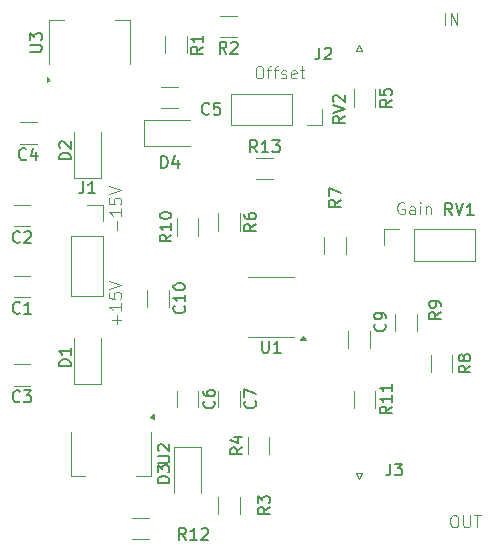
<source format=gto>
%TF.GenerationSoftware,KiCad,Pcbnew,9.0.4-9.0.4-0~ubuntu24.04.1*%
%TF.CreationDate,2025-11-05T14:30:19-05:00*%
%TF.ProjectId,LFAmp-offset,4c46416d-702d-46f6-9666-7365742e6b69,rev?*%
%TF.SameCoordinates,Original*%
%TF.FileFunction,Legend,Top*%
%TF.FilePolarity,Positive*%
%FSLAX46Y46*%
G04 Gerber Fmt 4.6, Leading zero omitted, Abs format (unit mm)*
G04 Created by KiCad (PCBNEW 9.0.4-9.0.4-0~ubuntu24.04.1) date 2025-11-05 14:30:19*
%MOMM*%
%LPD*%
G01*
G04 APERTURE LIST*
%ADD10C,0.100000*%
%ADD11C,0.150000*%
%ADD12C,0.120000*%
G04 APERTURE END LIST*
D10*
X204994360Y-106372419D02*
X205184836Y-106372419D01*
X205184836Y-106372419D02*
X205280074Y-106420038D01*
X205280074Y-106420038D02*
X205375312Y-106515276D01*
X205375312Y-106515276D02*
X205422931Y-106705752D01*
X205422931Y-106705752D02*
X205422931Y-107039085D01*
X205422931Y-107039085D02*
X205375312Y-107229561D01*
X205375312Y-107229561D02*
X205280074Y-107324800D01*
X205280074Y-107324800D02*
X205184836Y-107372419D01*
X205184836Y-107372419D02*
X204994360Y-107372419D01*
X204994360Y-107372419D02*
X204899122Y-107324800D01*
X204899122Y-107324800D02*
X204803884Y-107229561D01*
X204803884Y-107229561D02*
X204756265Y-107039085D01*
X204756265Y-107039085D02*
X204756265Y-106705752D01*
X204756265Y-106705752D02*
X204803884Y-106515276D01*
X204803884Y-106515276D02*
X204899122Y-106420038D01*
X204899122Y-106420038D02*
X204994360Y-106372419D01*
X205851503Y-106372419D02*
X205851503Y-107181942D01*
X205851503Y-107181942D02*
X205899122Y-107277180D01*
X205899122Y-107277180D02*
X205946741Y-107324800D01*
X205946741Y-107324800D02*
X206041979Y-107372419D01*
X206041979Y-107372419D02*
X206232455Y-107372419D01*
X206232455Y-107372419D02*
X206327693Y-107324800D01*
X206327693Y-107324800D02*
X206375312Y-107277180D01*
X206375312Y-107277180D02*
X206422931Y-107181942D01*
X206422931Y-107181942D02*
X206422931Y-106372419D01*
X206756265Y-106372419D02*
X207327693Y-106372419D01*
X207041979Y-107372419D02*
X207041979Y-106372419D01*
X204303884Y-64872419D02*
X204303884Y-63872419D01*
X204780074Y-64872419D02*
X204780074Y-63872419D01*
X204780074Y-63872419D02*
X205351502Y-64872419D01*
X205351502Y-64872419D02*
X205351502Y-63872419D01*
X188494360Y-68372419D02*
X188684836Y-68372419D01*
X188684836Y-68372419D02*
X188780074Y-68420038D01*
X188780074Y-68420038D02*
X188875312Y-68515276D01*
X188875312Y-68515276D02*
X188922931Y-68705752D01*
X188922931Y-68705752D02*
X188922931Y-69039085D01*
X188922931Y-69039085D02*
X188875312Y-69229561D01*
X188875312Y-69229561D02*
X188780074Y-69324800D01*
X188780074Y-69324800D02*
X188684836Y-69372419D01*
X188684836Y-69372419D02*
X188494360Y-69372419D01*
X188494360Y-69372419D02*
X188399122Y-69324800D01*
X188399122Y-69324800D02*
X188303884Y-69229561D01*
X188303884Y-69229561D02*
X188256265Y-69039085D01*
X188256265Y-69039085D02*
X188256265Y-68705752D01*
X188256265Y-68705752D02*
X188303884Y-68515276D01*
X188303884Y-68515276D02*
X188399122Y-68420038D01*
X188399122Y-68420038D02*
X188494360Y-68372419D01*
X189208646Y-68705752D02*
X189589598Y-68705752D01*
X189351503Y-69372419D02*
X189351503Y-68515276D01*
X189351503Y-68515276D02*
X189399122Y-68420038D01*
X189399122Y-68420038D02*
X189494360Y-68372419D01*
X189494360Y-68372419D02*
X189589598Y-68372419D01*
X189780075Y-68705752D02*
X190161027Y-68705752D01*
X189922932Y-69372419D02*
X189922932Y-68515276D01*
X189922932Y-68515276D02*
X189970551Y-68420038D01*
X189970551Y-68420038D02*
X190065789Y-68372419D01*
X190065789Y-68372419D02*
X190161027Y-68372419D01*
X190446742Y-69324800D02*
X190541980Y-69372419D01*
X190541980Y-69372419D02*
X190732456Y-69372419D01*
X190732456Y-69372419D02*
X190827694Y-69324800D01*
X190827694Y-69324800D02*
X190875313Y-69229561D01*
X190875313Y-69229561D02*
X190875313Y-69181942D01*
X190875313Y-69181942D02*
X190827694Y-69086704D01*
X190827694Y-69086704D02*
X190732456Y-69039085D01*
X190732456Y-69039085D02*
X190589599Y-69039085D01*
X190589599Y-69039085D02*
X190494361Y-68991466D01*
X190494361Y-68991466D02*
X190446742Y-68896228D01*
X190446742Y-68896228D02*
X190446742Y-68848609D01*
X190446742Y-68848609D02*
X190494361Y-68753371D01*
X190494361Y-68753371D02*
X190589599Y-68705752D01*
X190589599Y-68705752D02*
X190732456Y-68705752D01*
X190732456Y-68705752D02*
X190827694Y-68753371D01*
X191684837Y-69324800D02*
X191589599Y-69372419D01*
X191589599Y-69372419D02*
X191399123Y-69372419D01*
X191399123Y-69372419D02*
X191303885Y-69324800D01*
X191303885Y-69324800D02*
X191256266Y-69229561D01*
X191256266Y-69229561D02*
X191256266Y-68848609D01*
X191256266Y-68848609D02*
X191303885Y-68753371D01*
X191303885Y-68753371D02*
X191399123Y-68705752D01*
X191399123Y-68705752D02*
X191589599Y-68705752D01*
X191589599Y-68705752D02*
X191684837Y-68753371D01*
X191684837Y-68753371D02*
X191732456Y-68848609D01*
X191732456Y-68848609D02*
X191732456Y-68943847D01*
X191732456Y-68943847D02*
X191256266Y-69039085D01*
X192018171Y-68705752D02*
X192399123Y-68705752D01*
X192161028Y-68372419D02*
X192161028Y-69229561D01*
X192161028Y-69229561D02*
X192208647Y-69324800D01*
X192208647Y-69324800D02*
X192303885Y-69372419D01*
X192303885Y-69372419D02*
X192399123Y-69372419D01*
X200827693Y-79920038D02*
X200732455Y-79872419D01*
X200732455Y-79872419D02*
X200589598Y-79872419D01*
X200589598Y-79872419D02*
X200446741Y-79920038D01*
X200446741Y-79920038D02*
X200351503Y-80015276D01*
X200351503Y-80015276D02*
X200303884Y-80110514D01*
X200303884Y-80110514D02*
X200256265Y-80300990D01*
X200256265Y-80300990D02*
X200256265Y-80443847D01*
X200256265Y-80443847D02*
X200303884Y-80634323D01*
X200303884Y-80634323D02*
X200351503Y-80729561D01*
X200351503Y-80729561D02*
X200446741Y-80824800D01*
X200446741Y-80824800D02*
X200589598Y-80872419D01*
X200589598Y-80872419D02*
X200684836Y-80872419D01*
X200684836Y-80872419D02*
X200827693Y-80824800D01*
X200827693Y-80824800D02*
X200875312Y-80777180D01*
X200875312Y-80777180D02*
X200875312Y-80443847D01*
X200875312Y-80443847D02*
X200684836Y-80443847D01*
X201732455Y-80872419D02*
X201732455Y-80348609D01*
X201732455Y-80348609D02*
X201684836Y-80253371D01*
X201684836Y-80253371D02*
X201589598Y-80205752D01*
X201589598Y-80205752D02*
X201399122Y-80205752D01*
X201399122Y-80205752D02*
X201303884Y-80253371D01*
X201732455Y-80824800D02*
X201637217Y-80872419D01*
X201637217Y-80872419D02*
X201399122Y-80872419D01*
X201399122Y-80872419D02*
X201303884Y-80824800D01*
X201303884Y-80824800D02*
X201256265Y-80729561D01*
X201256265Y-80729561D02*
X201256265Y-80634323D01*
X201256265Y-80634323D02*
X201303884Y-80539085D01*
X201303884Y-80539085D02*
X201399122Y-80491466D01*
X201399122Y-80491466D02*
X201637217Y-80491466D01*
X201637217Y-80491466D02*
X201732455Y-80443847D01*
X202208646Y-80872419D02*
X202208646Y-80205752D01*
X202208646Y-79872419D02*
X202161027Y-79920038D01*
X202161027Y-79920038D02*
X202208646Y-79967657D01*
X202208646Y-79967657D02*
X202256265Y-79920038D01*
X202256265Y-79920038D02*
X202208646Y-79872419D01*
X202208646Y-79872419D02*
X202208646Y-79967657D01*
X202684836Y-80205752D02*
X202684836Y-80872419D01*
X202684836Y-80300990D02*
X202732455Y-80253371D01*
X202732455Y-80253371D02*
X202827693Y-80205752D01*
X202827693Y-80205752D02*
X202970550Y-80205752D01*
X202970550Y-80205752D02*
X203065788Y-80253371D01*
X203065788Y-80253371D02*
X203113407Y-80348609D01*
X203113407Y-80348609D02*
X203113407Y-80872419D01*
X176491466Y-82196115D02*
X176491466Y-81434211D01*
X176872419Y-80434211D02*
X176872419Y-81005639D01*
X176872419Y-80719925D02*
X175872419Y-80719925D01*
X175872419Y-80719925D02*
X176015276Y-80815163D01*
X176015276Y-80815163D02*
X176110514Y-80910401D01*
X176110514Y-80910401D02*
X176158133Y-81005639D01*
X175872419Y-79529449D02*
X175872419Y-80005639D01*
X175872419Y-80005639D02*
X176348609Y-80053258D01*
X176348609Y-80053258D02*
X176300990Y-80005639D01*
X176300990Y-80005639D02*
X176253371Y-79910401D01*
X176253371Y-79910401D02*
X176253371Y-79672306D01*
X176253371Y-79672306D02*
X176300990Y-79577068D01*
X176300990Y-79577068D02*
X176348609Y-79529449D01*
X176348609Y-79529449D02*
X176443847Y-79481830D01*
X176443847Y-79481830D02*
X176681942Y-79481830D01*
X176681942Y-79481830D02*
X176777180Y-79529449D01*
X176777180Y-79529449D02*
X176824800Y-79577068D01*
X176824800Y-79577068D02*
X176872419Y-79672306D01*
X176872419Y-79672306D02*
X176872419Y-79910401D01*
X176872419Y-79910401D02*
X176824800Y-80005639D01*
X176824800Y-80005639D02*
X176777180Y-80053258D01*
X175872419Y-79196115D02*
X176872419Y-78862782D01*
X176872419Y-78862782D02*
X175872419Y-78529449D01*
X176491466Y-90196115D02*
X176491466Y-89434211D01*
X176872419Y-89815163D02*
X176110514Y-89815163D01*
X176872419Y-88434211D02*
X176872419Y-89005639D01*
X176872419Y-88719925D02*
X175872419Y-88719925D01*
X175872419Y-88719925D02*
X176015276Y-88815163D01*
X176015276Y-88815163D02*
X176110514Y-88910401D01*
X176110514Y-88910401D02*
X176158133Y-89005639D01*
X175872419Y-87529449D02*
X175872419Y-88005639D01*
X175872419Y-88005639D02*
X176348609Y-88053258D01*
X176348609Y-88053258D02*
X176300990Y-88005639D01*
X176300990Y-88005639D02*
X176253371Y-87910401D01*
X176253371Y-87910401D02*
X176253371Y-87672306D01*
X176253371Y-87672306D02*
X176300990Y-87577068D01*
X176300990Y-87577068D02*
X176348609Y-87529449D01*
X176348609Y-87529449D02*
X176443847Y-87481830D01*
X176443847Y-87481830D02*
X176681942Y-87481830D01*
X176681942Y-87481830D02*
X176777180Y-87529449D01*
X176777180Y-87529449D02*
X176824800Y-87577068D01*
X176824800Y-87577068D02*
X176872419Y-87672306D01*
X176872419Y-87672306D02*
X176872419Y-87910401D01*
X176872419Y-87910401D02*
X176824800Y-88005639D01*
X176824800Y-88005639D02*
X176777180Y-88053258D01*
X175872419Y-87196115D02*
X176872419Y-86862782D01*
X176872419Y-86862782D02*
X175872419Y-86529449D01*
D11*
X199209580Y-90166666D02*
X199257200Y-90214285D01*
X199257200Y-90214285D02*
X199304819Y-90357142D01*
X199304819Y-90357142D02*
X199304819Y-90452380D01*
X199304819Y-90452380D02*
X199257200Y-90595237D01*
X199257200Y-90595237D02*
X199161961Y-90690475D01*
X199161961Y-90690475D02*
X199066723Y-90738094D01*
X199066723Y-90738094D02*
X198876247Y-90785713D01*
X198876247Y-90785713D02*
X198733390Y-90785713D01*
X198733390Y-90785713D02*
X198542914Y-90738094D01*
X198542914Y-90738094D02*
X198447676Y-90690475D01*
X198447676Y-90690475D02*
X198352438Y-90595237D01*
X198352438Y-90595237D02*
X198304819Y-90452380D01*
X198304819Y-90452380D02*
X198304819Y-90357142D01*
X198304819Y-90357142D02*
X198352438Y-90214285D01*
X198352438Y-90214285D02*
X198400057Y-90166666D01*
X199304819Y-89690475D02*
X199304819Y-89499999D01*
X199304819Y-89499999D02*
X199257200Y-89404761D01*
X199257200Y-89404761D02*
X199209580Y-89357142D01*
X199209580Y-89357142D02*
X199066723Y-89261904D01*
X199066723Y-89261904D02*
X198876247Y-89214285D01*
X198876247Y-89214285D02*
X198495295Y-89214285D01*
X198495295Y-89214285D02*
X198400057Y-89261904D01*
X198400057Y-89261904D02*
X198352438Y-89309523D01*
X198352438Y-89309523D02*
X198304819Y-89404761D01*
X198304819Y-89404761D02*
X198304819Y-89595237D01*
X198304819Y-89595237D02*
X198352438Y-89690475D01*
X198352438Y-89690475D02*
X198400057Y-89738094D01*
X198400057Y-89738094D02*
X198495295Y-89785713D01*
X198495295Y-89785713D02*
X198733390Y-89785713D01*
X198733390Y-89785713D02*
X198828628Y-89738094D01*
X198828628Y-89738094D02*
X198876247Y-89690475D01*
X198876247Y-89690475D02*
X198923866Y-89595237D01*
X198923866Y-89595237D02*
X198923866Y-89404761D01*
X198923866Y-89404761D02*
X198876247Y-89309523D01*
X198876247Y-89309523D02*
X198828628Y-89261904D01*
X198828628Y-89261904D02*
X198733390Y-89214285D01*
X169154819Y-67111904D02*
X169964342Y-67111904D01*
X169964342Y-67111904D02*
X170059580Y-67064285D01*
X170059580Y-67064285D02*
X170107200Y-67016666D01*
X170107200Y-67016666D02*
X170154819Y-66921428D01*
X170154819Y-66921428D02*
X170154819Y-66730952D01*
X170154819Y-66730952D02*
X170107200Y-66635714D01*
X170107200Y-66635714D02*
X170059580Y-66588095D01*
X170059580Y-66588095D02*
X169964342Y-66540476D01*
X169964342Y-66540476D02*
X169154819Y-66540476D01*
X169154819Y-66159523D02*
X169154819Y-65540476D01*
X169154819Y-65540476D02*
X169535771Y-65873809D01*
X169535771Y-65873809D02*
X169535771Y-65730952D01*
X169535771Y-65730952D02*
X169583390Y-65635714D01*
X169583390Y-65635714D02*
X169631009Y-65588095D01*
X169631009Y-65588095D02*
X169726247Y-65540476D01*
X169726247Y-65540476D02*
X169964342Y-65540476D01*
X169964342Y-65540476D02*
X170059580Y-65588095D01*
X170059580Y-65588095D02*
X170107200Y-65635714D01*
X170107200Y-65635714D02*
X170154819Y-65730952D01*
X170154819Y-65730952D02*
X170154819Y-66016666D01*
X170154819Y-66016666D02*
X170107200Y-66111904D01*
X170107200Y-66111904D02*
X170059580Y-66159523D01*
X195454819Y-79666666D02*
X194978628Y-79999999D01*
X195454819Y-80238094D02*
X194454819Y-80238094D01*
X194454819Y-80238094D02*
X194454819Y-79857142D01*
X194454819Y-79857142D02*
X194502438Y-79761904D01*
X194502438Y-79761904D02*
X194550057Y-79714285D01*
X194550057Y-79714285D02*
X194645295Y-79666666D01*
X194645295Y-79666666D02*
X194788152Y-79666666D01*
X194788152Y-79666666D02*
X194883390Y-79714285D01*
X194883390Y-79714285D02*
X194931009Y-79761904D01*
X194931009Y-79761904D02*
X194978628Y-79857142D01*
X194978628Y-79857142D02*
X194978628Y-80238094D01*
X194454819Y-79333332D02*
X194454819Y-78666666D01*
X194454819Y-78666666D02*
X195454819Y-79095237D01*
X188808095Y-91604819D02*
X188808095Y-92414342D01*
X188808095Y-92414342D02*
X188855714Y-92509580D01*
X188855714Y-92509580D02*
X188903333Y-92557200D01*
X188903333Y-92557200D02*
X188998571Y-92604819D01*
X188998571Y-92604819D02*
X189189047Y-92604819D01*
X189189047Y-92604819D02*
X189284285Y-92557200D01*
X189284285Y-92557200D02*
X189331904Y-92509580D01*
X189331904Y-92509580D02*
X189379523Y-92414342D01*
X189379523Y-92414342D02*
X189379523Y-91604819D01*
X190379523Y-92604819D02*
X189808095Y-92604819D01*
X190093809Y-92604819D02*
X190093809Y-91604819D01*
X190093809Y-91604819D02*
X189998571Y-91747676D01*
X189998571Y-91747676D02*
X189903333Y-91842914D01*
X189903333Y-91842914D02*
X189808095Y-91890533D01*
X180261905Y-76954819D02*
X180261905Y-75954819D01*
X180261905Y-75954819D02*
X180500000Y-75954819D01*
X180500000Y-75954819D02*
X180642857Y-76002438D01*
X180642857Y-76002438D02*
X180738095Y-76097676D01*
X180738095Y-76097676D02*
X180785714Y-76192914D01*
X180785714Y-76192914D02*
X180833333Y-76383390D01*
X180833333Y-76383390D02*
X180833333Y-76526247D01*
X180833333Y-76526247D02*
X180785714Y-76716723D01*
X180785714Y-76716723D02*
X180738095Y-76811961D01*
X180738095Y-76811961D02*
X180642857Y-76907200D01*
X180642857Y-76907200D02*
X180500000Y-76954819D01*
X180500000Y-76954819D02*
X180261905Y-76954819D01*
X181690476Y-76288152D02*
X181690476Y-76954819D01*
X181452381Y-75907200D02*
X181214286Y-76621485D01*
X181214286Y-76621485D02*
X181833333Y-76621485D01*
X199666666Y-101994819D02*
X199666666Y-102709104D01*
X199666666Y-102709104D02*
X199619047Y-102851961D01*
X199619047Y-102851961D02*
X199523809Y-102947200D01*
X199523809Y-102947200D02*
X199380952Y-102994819D01*
X199380952Y-102994819D02*
X199285714Y-102994819D01*
X200047619Y-101994819D02*
X200666666Y-101994819D01*
X200666666Y-101994819D02*
X200333333Y-102375771D01*
X200333333Y-102375771D02*
X200476190Y-102375771D01*
X200476190Y-102375771D02*
X200571428Y-102423390D01*
X200571428Y-102423390D02*
X200619047Y-102471009D01*
X200619047Y-102471009D02*
X200666666Y-102566247D01*
X200666666Y-102566247D02*
X200666666Y-102804342D01*
X200666666Y-102804342D02*
X200619047Y-102899580D01*
X200619047Y-102899580D02*
X200571428Y-102947200D01*
X200571428Y-102947200D02*
X200476190Y-102994819D01*
X200476190Y-102994819D02*
X200190476Y-102994819D01*
X200190476Y-102994819D02*
X200095238Y-102947200D01*
X200095238Y-102947200D02*
X200047619Y-102899580D01*
X181124819Y-82605357D02*
X180648628Y-82938690D01*
X181124819Y-83176785D02*
X180124819Y-83176785D01*
X180124819Y-83176785D02*
X180124819Y-82795833D01*
X180124819Y-82795833D02*
X180172438Y-82700595D01*
X180172438Y-82700595D02*
X180220057Y-82652976D01*
X180220057Y-82652976D02*
X180315295Y-82605357D01*
X180315295Y-82605357D02*
X180458152Y-82605357D01*
X180458152Y-82605357D02*
X180553390Y-82652976D01*
X180553390Y-82652976D02*
X180601009Y-82700595D01*
X180601009Y-82700595D02*
X180648628Y-82795833D01*
X180648628Y-82795833D02*
X180648628Y-83176785D01*
X181124819Y-81652976D02*
X181124819Y-82224404D01*
X181124819Y-81938690D02*
X180124819Y-81938690D01*
X180124819Y-81938690D02*
X180267676Y-82033928D01*
X180267676Y-82033928D02*
X180362914Y-82129166D01*
X180362914Y-82129166D02*
X180410533Y-82224404D01*
X180124819Y-81033928D02*
X180124819Y-80938690D01*
X180124819Y-80938690D02*
X180172438Y-80843452D01*
X180172438Y-80843452D02*
X180220057Y-80795833D01*
X180220057Y-80795833D02*
X180315295Y-80748214D01*
X180315295Y-80748214D02*
X180505771Y-80700595D01*
X180505771Y-80700595D02*
X180743866Y-80700595D01*
X180743866Y-80700595D02*
X180934342Y-80748214D01*
X180934342Y-80748214D02*
X181029580Y-80795833D01*
X181029580Y-80795833D02*
X181077200Y-80843452D01*
X181077200Y-80843452D02*
X181124819Y-80938690D01*
X181124819Y-80938690D02*
X181124819Y-81033928D01*
X181124819Y-81033928D02*
X181077200Y-81129166D01*
X181077200Y-81129166D02*
X181029580Y-81176785D01*
X181029580Y-81176785D02*
X180934342Y-81224404D01*
X180934342Y-81224404D02*
X180743866Y-81272023D01*
X180743866Y-81272023D02*
X180505771Y-81272023D01*
X180505771Y-81272023D02*
X180315295Y-81224404D01*
X180315295Y-81224404D02*
X180220057Y-81176785D01*
X180220057Y-81176785D02*
X180172438Y-81129166D01*
X180172438Y-81129166D02*
X180124819Y-81033928D01*
X199784819Y-97180357D02*
X199308628Y-97513690D01*
X199784819Y-97751785D02*
X198784819Y-97751785D01*
X198784819Y-97751785D02*
X198784819Y-97370833D01*
X198784819Y-97370833D02*
X198832438Y-97275595D01*
X198832438Y-97275595D02*
X198880057Y-97227976D01*
X198880057Y-97227976D02*
X198975295Y-97180357D01*
X198975295Y-97180357D02*
X199118152Y-97180357D01*
X199118152Y-97180357D02*
X199213390Y-97227976D01*
X199213390Y-97227976D02*
X199261009Y-97275595D01*
X199261009Y-97275595D02*
X199308628Y-97370833D01*
X199308628Y-97370833D02*
X199308628Y-97751785D01*
X199784819Y-96227976D02*
X199784819Y-96799404D01*
X199784819Y-96513690D02*
X198784819Y-96513690D01*
X198784819Y-96513690D02*
X198927676Y-96608928D01*
X198927676Y-96608928D02*
X199022914Y-96704166D01*
X199022914Y-96704166D02*
X199070533Y-96799404D01*
X199784819Y-95275595D02*
X199784819Y-95847023D01*
X199784819Y-95561309D02*
X198784819Y-95561309D01*
X198784819Y-95561309D02*
X198927676Y-95656547D01*
X198927676Y-95656547D02*
X199022914Y-95751785D01*
X199022914Y-95751785D02*
X199070533Y-95847023D01*
X182209580Y-88642857D02*
X182257200Y-88690476D01*
X182257200Y-88690476D02*
X182304819Y-88833333D01*
X182304819Y-88833333D02*
X182304819Y-88928571D01*
X182304819Y-88928571D02*
X182257200Y-89071428D01*
X182257200Y-89071428D02*
X182161961Y-89166666D01*
X182161961Y-89166666D02*
X182066723Y-89214285D01*
X182066723Y-89214285D02*
X181876247Y-89261904D01*
X181876247Y-89261904D02*
X181733390Y-89261904D01*
X181733390Y-89261904D02*
X181542914Y-89214285D01*
X181542914Y-89214285D02*
X181447676Y-89166666D01*
X181447676Y-89166666D02*
X181352438Y-89071428D01*
X181352438Y-89071428D02*
X181304819Y-88928571D01*
X181304819Y-88928571D02*
X181304819Y-88833333D01*
X181304819Y-88833333D02*
X181352438Y-88690476D01*
X181352438Y-88690476D02*
X181400057Y-88642857D01*
X182304819Y-87690476D02*
X182304819Y-88261904D01*
X182304819Y-87976190D02*
X181304819Y-87976190D01*
X181304819Y-87976190D02*
X181447676Y-88071428D01*
X181447676Y-88071428D02*
X181542914Y-88166666D01*
X181542914Y-88166666D02*
X181590533Y-88261904D01*
X181304819Y-87071428D02*
X181304819Y-86976190D01*
X181304819Y-86976190D02*
X181352438Y-86880952D01*
X181352438Y-86880952D02*
X181400057Y-86833333D01*
X181400057Y-86833333D02*
X181495295Y-86785714D01*
X181495295Y-86785714D02*
X181685771Y-86738095D01*
X181685771Y-86738095D02*
X181923866Y-86738095D01*
X181923866Y-86738095D02*
X182114342Y-86785714D01*
X182114342Y-86785714D02*
X182209580Y-86833333D01*
X182209580Y-86833333D02*
X182257200Y-86880952D01*
X182257200Y-86880952D02*
X182304819Y-86976190D01*
X182304819Y-86976190D02*
X182304819Y-87071428D01*
X182304819Y-87071428D02*
X182257200Y-87166666D01*
X182257200Y-87166666D02*
X182209580Y-87214285D01*
X182209580Y-87214285D02*
X182114342Y-87261904D01*
X182114342Y-87261904D02*
X181923866Y-87309523D01*
X181923866Y-87309523D02*
X181685771Y-87309523D01*
X181685771Y-87309523D02*
X181495295Y-87261904D01*
X181495295Y-87261904D02*
X181400057Y-87214285D01*
X181400057Y-87214285D02*
X181352438Y-87166666D01*
X181352438Y-87166666D02*
X181304819Y-87071428D01*
X195804819Y-72595238D02*
X195328628Y-72928571D01*
X195804819Y-73166666D02*
X194804819Y-73166666D01*
X194804819Y-73166666D02*
X194804819Y-72785714D01*
X194804819Y-72785714D02*
X194852438Y-72690476D01*
X194852438Y-72690476D02*
X194900057Y-72642857D01*
X194900057Y-72642857D02*
X194995295Y-72595238D01*
X194995295Y-72595238D02*
X195138152Y-72595238D01*
X195138152Y-72595238D02*
X195233390Y-72642857D01*
X195233390Y-72642857D02*
X195281009Y-72690476D01*
X195281009Y-72690476D02*
X195328628Y-72785714D01*
X195328628Y-72785714D02*
X195328628Y-73166666D01*
X194804819Y-72309523D02*
X195804819Y-71976190D01*
X195804819Y-71976190D02*
X194804819Y-71642857D01*
X194900057Y-71357142D02*
X194852438Y-71309523D01*
X194852438Y-71309523D02*
X194804819Y-71214285D01*
X194804819Y-71214285D02*
X194804819Y-70976190D01*
X194804819Y-70976190D02*
X194852438Y-70880952D01*
X194852438Y-70880952D02*
X194900057Y-70833333D01*
X194900057Y-70833333D02*
X194995295Y-70785714D01*
X194995295Y-70785714D02*
X195090533Y-70785714D01*
X195090533Y-70785714D02*
X195233390Y-70833333D01*
X195233390Y-70833333D02*
X195804819Y-71404761D01*
X195804819Y-71404761D02*
X195804819Y-70785714D01*
X188394642Y-75624819D02*
X188061309Y-75148628D01*
X187823214Y-75624819D02*
X187823214Y-74624819D01*
X187823214Y-74624819D02*
X188204166Y-74624819D01*
X188204166Y-74624819D02*
X188299404Y-74672438D01*
X188299404Y-74672438D02*
X188347023Y-74720057D01*
X188347023Y-74720057D02*
X188394642Y-74815295D01*
X188394642Y-74815295D02*
X188394642Y-74958152D01*
X188394642Y-74958152D02*
X188347023Y-75053390D01*
X188347023Y-75053390D02*
X188299404Y-75101009D01*
X188299404Y-75101009D02*
X188204166Y-75148628D01*
X188204166Y-75148628D02*
X187823214Y-75148628D01*
X189347023Y-75624819D02*
X188775595Y-75624819D01*
X189061309Y-75624819D02*
X189061309Y-74624819D01*
X189061309Y-74624819D02*
X188966071Y-74767676D01*
X188966071Y-74767676D02*
X188870833Y-74862914D01*
X188870833Y-74862914D02*
X188775595Y-74910533D01*
X189680357Y-74624819D02*
X190299404Y-74624819D01*
X190299404Y-74624819D02*
X189966071Y-75005771D01*
X189966071Y-75005771D02*
X190108928Y-75005771D01*
X190108928Y-75005771D02*
X190204166Y-75053390D01*
X190204166Y-75053390D02*
X190251785Y-75101009D01*
X190251785Y-75101009D02*
X190299404Y-75196247D01*
X190299404Y-75196247D02*
X190299404Y-75434342D01*
X190299404Y-75434342D02*
X190251785Y-75529580D01*
X190251785Y-75529580D02*
X190204166Y-75577200D01*
X190204166Y-75577200D02*
X190108928Y-75624819D01*
X190108928Y-75624819D02*
X189823214Y-75624819D01*
X189823214Y-75624819D02*
X189727976Y-75577200D01*
X189727976Y-75577200D02*
X189680357Y-75529580D01*
X183784819Y-66704166D02*
X183308628Y-67037499D01*
X183784819Y-67275594D02*
X182784819Y-67275594D01*
X182784819Y-67275594D02*
X182784819Y-66894642D01*
X182784819Y-66894642D02*
X182832438Y-66799404D01*
X182832438Y-66799404D02*
X182880057Y-66751785D01*
X182880057Y-66751785D02*
X182975295Y-66704166D01*
X182975295Y-66704166D02*
X183118152Y-66704166D01*
X183118152Y-66704166D02*
X183213390Y-66751785D01*
X183213390Y-66751785D02*
X183261009Y-66799404D01*
X183261009Y-66799404D02*
X183308628Y-66894642D01*
X183308628Y-66894642D02*
X183308628Y-67275594D01*
X183784819Y-65751785D02*
X183784819Y-66323213D01*
X183784819Y-66037499D02*
X182784819Y-66037499D01*
X182784819Y-66037499D02*
X182927676Y-66132737D01*
X182927676Y-66132737D02*
X183022914Y-66227975D01*
X183022914Y-66227975D02*
X183070533Y-66323213D01*
X206454819Y-93704166D02*
X205978628Y-94037499D01*
X206454819Y-94275594D02*
X205454819Y-94275594D01*
X205454819Y-94275594D02*
X205454819Y-93894642D01*
X205454819Y-93894642D02*
X205502438Y-93799404D01*
X205502438Y-93799404D02*
X205550057Y-93751785D01*
X205550057Y-93751785D02*
X205645295Y-93704166D01*
X205645295Y-93704166D02*
X205788152Y-93704166D01*
X205788152Y-93704166D02*
X205883390Y-93751785D01*
X205883390Y-93751785D02*
X205931009Y-93799404D01*
X205931009Y-93799404D02*
X205978628Y-93894642D01*
X205978628Y-93894642D02*
X205978628Y-94275594D01*
X205883390Y-93132737D02*
X205835771Y-93227975D01*
X205835771Y-93227975D02*
X205788152Y-93275594D01*
X205788152Y-93275594D02*
X205692914Y-93323213D01*
X205692914Y-93323213D02*
X205645295Y-93323213D01*
X205645295Y-93323213D02*
X205550057Y-93275594D01*
X205550057Y-93275594D02*
X205502438Y-93227975D01*
X205502438Y-93227975D02*
X205454819Y-93132737D01*
X205454819Y-93132737D02*
X205454819Y-92942261D01*
X205454819Y-92942261D02*
X205502438Y-92847023D01*
X205502438Y-92847023D02*
X205550057Y-92799404D01*
X205550057Y-92799404D02*
X205645295Y-92751785D01*
X205645295Y-92751785D02*
X205692914Y-92751785D01*
X205692914Y-92751785D02*
X205788152Y-92799404D01*
X205788152Y-92799404D02*
X205835771Y-92847023D01*
X205835771Y-92847023D02*
X205883390Y-92942261D01*
X205883390Y-92942261D02*
X205883390Y-93132737D01*
X205883390Y-93132737D02*
X205931009Y-93227975D01*
X205931009Y-93227975D02*
X205978628Y-93275594D01*
X205978628Y-93275594D02*
X206073866Y-93323213D01*
X206073866Y-93323213D02*
X206264342Y-93323213D01*
X206264342Y-93323213D02*
X206359580Y-93275594D01*
X206359580Y-93275594D02*
X206407200Y-93227975D01*
X206407200Y-93227975D02*
X206454819Y-93132737D01*
X206454819Y-93132737D02*
X206454819Y-92942261D01*
X206454819Y-92942261D02*
X206407200Y-92847023D01*
X206407200Y-92847023D02*
X206359580Y-92799404D01*
X206359580Y-92799404D02*
X206264342Y-92751785D01*
X206264342Y-92751785D02*
X206073866Y-92751785D01*
X206073866Y-92751785D02*
X205978628Y-92799404D01*
X205978628Y-92799404D02*
X205931009Y-92847023D01*
X205931009Y-92847023D02*
X205883390Y-92942261D01*
X185795833Y-67284819D02*
X185462500Y-66808628D01*
X185224405Y-67284819D02*
X185224405Y-66284819D01*
X185224405Y-66284819D02*
X185605357Y-66284819D01*
X185605357Y-66284819D02*
X185700595Y-66332438D01*
X185700595Y-66332438D02*
X185748214Y-66380057D01*
X185748214Y-66380057D02*
X185795833Y-66475295D01*
X185795833Y-66475295D02*
X185795833Y-66618152D01*
X185795833Y-66618152D02*
X185748214Y-66713390D01*
X185748214Y-66713390D02*
X185700595Y-66761009D01*
X185700595Y-66761009D02*
X185605357Y-66808628D01*
X185605357Y-66808628D02*
X185224405Y-66808628D01*
X186176786Y-66380057D02*
X186224405Y-66332438D01*
X186224405Y-66332438D02*
X186319643Y-66284819D01*
X186319643Y-66284819D02*
X186557738Y-66284819D01*
X186557738Y-66284819D02*
X186652976Y-66332438D01*
X186652976Y-66332438D02*
X186700595Y-66380057D01*
X186700595Y-66380057D02*
X186748214Y-66475295D01*
X186748214Y-66475295D02*
X186748214Y-66570533D01*
X186748214Y-66570533D02*
X186700595Y-66713390D01*
X186700595Y-66713390D02*
X186129167Y-67284819D01*
X186129167Y-67284819D02*
X186748214Y-67284819D01*
X173666666Y-78104819D02*
X173666666Y-78819104D01*
X173666666Y-78819104D02*
X173619047Y-78961961D01*
X173619047Y-78961961D02*
X173523809Y-79057200D01*
X173523809Y-79057200D02*
X173380952Y-79104819D01*
X173380952Y-79104819D02*
X173285714Y-79104819D01*
X174666666Y-79104819D02*
X174095238Y-79104819D01*
X174380952Y-79104819D02*
X174380952Y-78104819D01*
X174380952Y-78104819D02*
X174285714Y-78247676D01*
X174285714Y-78247676D02*
X174190476Y-78342914D01*
X174190476Y-78342914D02*
X174095238Y-78390533D01*
X203954819Y-89166666D02*
X203478628Y-89499999D01*
X203954819Y-89738094D02*
X202954819Y-89738094D01*
X202954819Y-89738094D02*
X202954819Y-89357142D01*
X202954819Y-89357142D02*
X203002438Y-89261904D01*
X203002438Y-89261904D02*
X203050057Y-89214285D01*
X203050057Y-89214285D02*
X203145295Y-89166666D01*
X203145295Y-89166666D02*
X203288152Y-89166666D01*
X203288152Y-89166666D02*
X203383390Y-89214285D01*
X203383390Y-89214285D02*
X203431009Y-89261904D01*
X203431009Y-89261904D02*
X203478628Y-89357142D01*
X203478628Y-89357142D02*
X203478628Y-89738094D01*
X203954819Y-88690475D02*
X203954819Y-88499999D01*
X203954819Y-88499999D02*
X203907200Y-88404761D01*
X203907200Y-88404761D02*
X203859580Y-88357142D01*
X203859580Y-88357142D02*
X203716723Y-88261904D01*
X203716723Y-88261904D02*
X203526247Y-88214285D01*
X203526247Y-88214285D02*
X203145295Y-88214285D01*
X203145295Y-88214285D02*
X203050057Y-88261904D01*
X203050057Y-88261904D02*
X203002438Y-88309523D01*
X203002438Y-88309523D02*
X202954819Y-88404761D01*
X202954819Y-88404761D02*
X202954819Y-88595237D01*
X202954819Y-88595237D02*
X203002438Y-88690475D01*
X203002438Y-88690475D02*
X203050057Y-88738094D01*
X203050057Y-88738094D02*
X203145295Y-88785713D01*
X203145295Y-88785713D02*
X203383390Y-88785713D01*
X203383390Y-88785713D02*
X203478628Y-88738094D01*
X203478628Y-88738094D02*
X203526247Y-88690475D01*
X203526247Y-88690475D02*
X203573866Y-88595237D01*
X203573866Y-88595237D02*
X203573866Y-88404761D01*
X203573866Y-88404761D02*
X203526247Y-88309523D01*
X203526247Y-88309523D02*
X203478628Y-88261904D01*
X203478628Y-88261904D02*
X203383390Y-88214285D01*
X182357142Y-108454819D02*
X182023809Y-107978628D01*
X181785714Y-108454819D02*
X181785714Y-107454819D01*
X181785714Y-107454819D02*
X182166666Y-107454819D01*
X182166666Y-107454819D02*
X182261904Y-107502438D01*
X182261904Y-107502438D02*
X182309523Y-107550057D01*
X182309523Y-107550057D02*
X182357142Y-107645295D01*
X182357142Y-107645295D02*
X182357142Y-107788152D01*
X182357142Y-107788152D02*
X182309523Y-107883390D01*
X182309523Y-107883390D02*
X182261904Y-107931009D01*
X182261904Y-107931009D02*
X182166666Y-107978628D01*
X182166666Y-107978628D02*
X181785714Y-107978628D01*
X183309523Y-108454819D02*
X182738095Y-108454819D01*
X183023809Y-108454819D02*
X183023809Y-107454819D01*
X183023809Y-107454819D02*
X182928571Y-107597676D01*
X182928571Y-107597676D02*
X182833333Y-107692914D01*
X182833333Y-107692914D02*
X182738095Y-107740533D01*
X183690476Y-107550057D02*
X183738095Y-107502438D01*
X183738095Y-107502438D02*
X183833333Y-107454819D01*
X183833333Y-107454819D02*
X184071428Y-107454819D01*
X184071428Y-107454819D02*
X184166666Y-107502438D01*
X184166666Y-107502438D02*
X184214285Y-107550057D01*
X184214285Y-107550057D02*
X184261904Y-107645295D01*
X184261904Y-107645295D02*
X184261904Y-107740533D01*
X184261904Y-107740533D02*
X184214285Y-107883390D01*
X184214285Y-107883390D02*
X183642857Y-108454819D01*
X183642857Y-108454819D02*
X184261904Y-108454819D01*
X184709580Y-96691666D02*
X184757200Y-96739285D01*
X184757200Y-96739285D02*
X184804819Y-96882142D01*
X184804819Y-96882142D02*
X184804819Y-96977380D01*
X184804819Y-96977380D02*
X184757200Y-97120237D01*
X184757200Y-97120237D02*
X184661961Y-97215475D01*
X184661961Y-97215475D02*
X184566723Y-97263094D01*
X184566723Y-97263094D02*
X184376247Y-97310713D01*
X184376247Y-97310713D02*
X184233390Y-97310713D01*
X184233390Y-97310713D02*
X184042914Y-97263094D01*
X184042914Y-97263094D02*
X183947676Y-97215475D01*
X183947676Y-97215475D02*
X183852438Y-97120237D01*
X183852438Y-97120237D02*
X183804819Y-96977380D01*
X183804819Y-96977380D02*
X183804819Y-96882142D01*
X183804819Y-96882142D02*
X183852438Y-96739285D01*
X183852438Y-96739285D02*
X183900057Y-96691666D01*
X183804819Y-95834523D02*
X183804819Y-96024999D01*
X183804819Y-96024999D02*
X183852438Y-96120237D01*
X183852438Y-96120237D02*
X183900057Y-96167856D01*
X183900057Y-96167856D02*
X184042914Y-96263094D01*
X184042914Y-96263094D02*
X184233390Y-96310713D01*
X184233390Y-96310713D02*
X184614342Y-96310713D01*
X184614342Y-96310713D02*
X184709580Y-96263094D01*
X184709580Y-96263094D02*
X184757200Y-96215475D01*
X184757200Y-96215475D02*
X184804819Y-96120237D01*
X184804819Y-96120237D02*
X184804819Y-95929761D01*
X184804819Y-95929761D02*
X184757200Y-95834523D01*
X184757200Y-95834523D02*
X184709580Y-95786904D01*
X184709580Y-95786904D02*
X184614342Y-95739285D01*
X184614342Y-95739285D02*
X184376247Y-95739285D01*
X184376247Y-95739285D02*
X184281009Y-95786904D01*
X184281009Y-95786904D02*
X184233390Y-95834523D01*
X184233390Y-95834523D02*
X184185771Y-95929761D01*
X184185771Y-95929761D02*
X184185771Y-96120237D01*
X184185771Y-96120237D02*
X184233390Y-96215475D01*
X184233390Y-96215475D02*
X184281009Y-96263094D01*
X184281009Y-96263094D02*
X184376247Y-96310713D01*
X199784819Y-71204166D02*
X199308628Y-71537499D01*
X199784819Y-71775594D02*
X198784819Y-71775594D01*
X198784819Y-71775594D02*
X198784819Y-71394642D01*
X198784819Y-71394642D02*
X198832438Y-71299404D01*
X198832438Y-71299404D02*
X198880057Y-71251785D01*
X198880057Y-71251785D02*
X198975295Y-71204166D01*
X198975295Y-71204166D02*
X199118152Y-71204166D01*
X199118152Y-71204166D02*
X199213390Y-71251785D01*
X199213390Y-71251785D02*
X199261009Y-71299404D01*
X199261009Y-71299404D02*
X199308628Y-71394642D01*
X199308628Y-71394642D02*
X199308628Y-71775594D01*
X198784819Y-70299404D02*
X198784819Y-70775594D01*
X198784819Y-70775594D02*
X199261009Y-70823213D01*
X199261009Y-70823213D02*
X199213390Y-70775594D01*
X199213390Y-70775594D02*
X199165771Y-70680356D01*
X199165771Y-70680356D02*
X199165771Y-70442261D01*
X199165771Y-70442261D02*
X199213390Y-70347023D01*
X199213390Y-70347023D02*
X199261009Y-70299404D01*
X199261009Y-70299404D02*
X199356247Y-70251785D01*
X199356247Y-70251785D02*
X199594342Y-70251785D01*
X199594342Y-70251785D02*
X199689580Y-70299404D01*
X199689580Y-70299404D02*
X199737200Y-70347023D01*
X199737200Y-70347023D02*
X199784819Y-70442261D01*
X199784819Y-70442261D02*
X199784819Y-70680356D01*
X199784819Y-70680356D02*
X199737200Y-70775594D01*
X199737200Y-70775594D02*
X199689580Y-70823213D01*
X204904761Y-80954819D02*
X204571428Y-80478628D01*
X204333333Y-80954819D02*
X204333333Y-79954819D01*
X204333333Y-79954819D02*
X204714285Y-79954819D01*
X204714285Y-79954819D02*
X204809523Y-80002438D01*
X204809523Y-80002438D02*
X204857142Y-80050057D01*
X204857142Y-80050057D02*
X204904761Y-80145295D01*
X204904761Y-80145295D02*
X204904761Y-80288152D01*
X204904761Y-80288152D02*
X204857142Y-80383390D01*
X204857142Y-80383390D02*
X204809523Y-80431009D01*
X204809523Y-80431009D02*
X204714285Y-80478628D01*
X204714285Y-80478628D02*
X204333333Y-80478628D01*
X205190476Y-79954819D02*
X205523809Y-80954819D01*
X205523809Y-80954819D02*
X205857142Y-79954819D01*
X206714285Y-80954819D02*
X206142857Y-80954819D01*
X206428571Y-80954819D02*
X206428571Y-79954819D01*
X206428571Y-79954819D02*
X206333333Y-80097676D01*
X206333333Y-80097676D02*
X206238095Y-80192914D01*
X206238095Y-80192914D02*
X206142857Y-80240533D01*
X187124819Y-100629166D02*
X186648628Y-100962499D01*
X187124819Y-101200594D02*
X186124819Y-101200594D01*
X186124819Y-101200594D02*
X186124819Y-100819642D01*
X186124819Y-100819642D02*
X186172438Y-100724404D01*
X186172438Y-100724404D02*
X186220057Y-100676785D01*
X186220057Y-100676785D02*
X186315295Y-100629166D01*
X186315295Y-100629166D02*
X186458152Y-100629166D01*
X186458152Y-100629166D02*
X186553390Y-100676785D01*
X186553390Y-100676785D02*
X186601009Y-100724404D01*
X186601009Y-100724404D02*
X186648628Y-100819642D01*
X186648628Y-100819642D02*
X186648628Y-101200594D01*
X186458152Y-99772023D02*
X187124819Y-99772023D01*
X186077200Y-100010118D02*
X186791485Y-100248213D01*
X186791485Y-100248213D02*
X186791485Y-99629166D01*
X188284819Y-81704166D02*
X187808628Y-82037499D01*
X188284819Y-82275594D02*
X187284819Y-82275594D01*
X187284819Y-82275594D02*
X187284819Y-81894642D01*
X187284819Y-81894642D02*
X187332438Y-81799404D01*
X187332438Y-81799404D02*
X187380057Y-81751785D01*
X187380057Y-81751785D02*
X187475295Y-81704166D01*
X187475295Y-81704166D02*
X187618152Y-81704166D01*
X187618152Y-81704166D02*
X187713390Y-81751785D01*
X187713390Y-81751785D02*
X187761009Y-81799404D01*
X187761009Y-81799404D02*
X187808628Y-81894642D01*
X187808628Y-81894642D02*
X187808628Y-82275594D01*
X187284819Y-80847023D02*
X187284819Y-81037499D01*
X187284819Y-81037499D02*
X187332438Y-81132737D01*
X187332438Y-81132737D02*
X187380057Y-81180356D01*
X187380057Y-81180356D02*
X187522914Y-81275594D01*
X187522914Y-81275594D02*
X187713390Y-81323213D01*
X187713390Y-81323213D02*
X188094342Y-81323213D01*
X188094342Y-81323213D02*
X188189580Y-81275594D01*
X188189580Y-81275594D02*
X188237200Y-81227975D01*
X188237200Y-81227975D02*
X188284819Y-81132737D01*
X188284819Y-81132737D02*
X188284819Y-80942261D01*
X188284819Y-80942261D02*
X188237200Y-80847023D01*
X188237200Y-80847023D02*
X188189580Y-80799404D01*
X188189580Y-80799404D02*
X188094342Y-80751785D01*
X188094342Y-80751785D02*
X187856247Y-80751785D01*
X187856247Y-80751785D02*
X187761009Y-80799404D01*
X187761009Y-80799404D02*
X187713390Y-80847023D01*
X187713390Y-80847023D02*
X187665771Y-80942261D01*
X187665771Y-80942261D02*
X187665771Y-81132737D01*
X187665771Y-81132737D02*
X187713390Y-81227975D01*
X187713390Y-81227975D02*
X187761009Y-81275594D01*
X187761009Y-81275594D02*
X187856247Y-81323213D01*
X168308333Y-96709580D02*
X168260714Y-96757200D01*
X168260714Y-96757200D02*
X168117857Y-96804819D01*
X168117857Y-96804819D02*
X168022619Y-96804819D01*
X168022619Y-96804819D02*
X167879762Y-96757200D01*
X167879762Y-96757200D02*
X167784524Y-96661961D01*
X167784524Y-96661961D02*
X167736905Y-96566723D01*
X167736905Y-96566723D02*
X167689286Y-96376247D01*
X167689286Y-96376247D02*
X167689286Y-96233390D01*
X167689286Y-96233390D02*
X167736905Y-96042914D01*
X167736905Y-96042914D02*
X167784524Y-95947676D01*
X167784524Y-95947676D02*
X167879762Y-95852438D01*
X167879762Y-95852438D02*
X168022619Y-95804819D01*
X168022619Y-95804819D02*
X168117857Y-95804819D01*
X168117857Y-95804819D02*
X168260714Y-95852438D01*
X168260714Y-95852438D02*
X168308333Y-95900057D01*
X168641667Y-95804819D02*
X169260714Y-95804819D01*
X169260714Y-95804819D02*
X168927381Y-96185771D01*
X168927381Y-96185771D02*
X169070238Y-96185771D01*
X169070238Y-96185771D02*
X169165476Y-96233390D01*
X169165476Y-96233390D02*
X169213095Y-96281009D01*
X169213095Y-96281009D02*
X169260714Y-96376247D01*
X169260714Y-96376247D02*
X169260714Y-96614342D01*
X169260714Y-96614342D02*
X169213095Y-96709580D01*
X169213095Y-96709580D02*
X169165476Y-96757200D01*
X169165476Y-96757200D02*
X169070238Y-96804819D01*
X169070238Y-96804819D02*
X168784524Y-96804819D01*
X168784524Y-96804819D02*
X168689286Y-96757200D01*
X168689286Y-96757200D02*
X168641667Y-96709580D01*
X193666666Y-66777319D02*
X193666666Y-67491604D01*
X193666666Y-67491604D02*
X193619047Y-67634461D01*
X193619047Y-67634461D02*
X193523809Y-67729700D01*
X193523809Y-67729700D02*
X193380952Y-67777319D01*
X193380952Y-67777319D02*
X193285714Y-67777319D01*
X194095238Y-66872557D02*
X194142857Y-66824938D01*
X194142857Y-66824938D02*
X194238095Y-66777319D01*
X194238095Y-66777319D02*
X194476190Y-66777319D01*
X194476190Y-66777319D02*
X194571428Y-66824938D01*
X194571428Y-66824938D02*
X194619047Y-66872557D01*
X194619047Y-66872557D02*
X194666666Y-66967795D01*
X194666666Y-66967795D02*
X194666666Y-67063033D01*
X194666666Y-67063033D02*
X194619047Y-67205890D01*
X194619047Y-67205890D02*
X194047619Y-67777319D01*
X194047619Y-67777319D02*
X194666666Y-67777319D01*
X172624819Y-93738094D02*
X171624819Y-93738094D01*
X171624819Y-93738094D02*
X171624819Y-93499999D01*
X171624819Y-93499999D02*
X171672438Y-93357142D01*
X171672438Y-93357142D02*
X171767676Y-93261904D01*
X171767676Y-93261904D02*
X171862914Y-93214285D01*
X171862914Y-93214285D02*
X172053390Y-93166666D01*
X172053390Y-93166666D02*
X172196247Y-93166666D01*
X172196247Y-93166666D02*
X172386723Y-93214285D01*
X172386723Y-93214285D02*
X172481961Y-93261904D01*
X172481961Y-93261904D02*
X172577200Y-93357142D01*
X172577200Y-93357142D02*
X172624819Y-93499999D01*
X172624819Y-93499999D02*
X172624819Y-93738094D01*
X172624819Y-92214285D02*
X172624819Y-92785713D01*
X172624819Y-92499999D02*
X171624819Y-92499999D01*
X171624819Y-92499999D02*
X171767676Y-92595237D01*
X171767676Y-92595237D02*
X171862914Y-92690475D01*
X171862914Y-92690475D02*
X171910533Y-92785713D01*
X189454819Y-105704166D02*
X188978628Y-106037499D01*
X189454819Y-106275594D02*
X188454819Y-106275594D01*
X188454819Y-106275594D02*
X188454819Y-105894642D01*
X188454819Y-105894642D02*
X188502438Y-105799404D01*
X188502438Y-105799404D02*
X188550057Y-105751785D01*
X188550057Y-105751785D02*
X188645295Y-105704166D01*
X188645295Y-105704166D02*
X188788152Y-105704166D01*
X188788152Y-105704166D02*
X188883390Y-105751785D01*
X188883390Y-105751785D02*
X188931009Y-105799404D01*
X188931009Y-105799404D02*
X188978628Y-105894642D01*
X188978628Y-105894642D02*
X188978628Y-106275594D01*
X188454819Y-105370832D02*
X188454819Y-104751785D01*
X188454819Y-104751785D02*
X188835771Y-105085118D01*
X188835771Y-105085118D02*
X188835771Y-104942261D01*
X188835771Y-104942261D02*
X188883390Y-104847023D01*
X188883390Y-104847023D02*
X188931009Y-104799404D01*
X188931009Y-104799404D02*
X189026247Y-104751785D01*
X189026247Y-104751785D02*
X189264342Y-104751785D01*
X189264342Y-104751785D02*
X189359580Y-104799404D01*
X189359580Y-104799404D02*
X189407200Y-104847023D01*
X189407200Y-104847023D02*
X189454819Y-104942261D01*
X189454819Y-104942261D02*
X189454819Y-105227975D01*
X189454819Y-105227975D02*
X189407200Y-105323213D01*
X189407200Y-105323213D02*
X189359580Y-105370832D01*
X168833333Y-76209580D02*
X168785714Y-76257200D01*
X168785714Y-76257200D02*
X168642857Y-76304819D01*
X168642857Y-76304819D02*
X168547619Y-76304819D01*
X168547619Y-76304819D02*
X168404762Y-76257200D01*
X168404762Y-76257200D02*
X168309524Y-76161961D01*
X168309524Y-76161961D02*
X168261905Y-76066723D01*
X168261905Y-76066723D02*
X168214286Y-75876247D01*
X168214286Y-75876247D02*
X168214286Y-75733390D01*
X168214286Y-75733390D02*
X168261905Y-75542914D01*
X168261905Y-75542914D02*
X168309524Y-75447676D01*
X168309524Y-75447676D02*
X168404762Y-75352438D01*
X168404762Y-75352438D02*
X168547619Y-75304819D01*
X168547619Y-75304819D02*
X168642857Y-75304819D01*
X168642857Y-75304819D02*
X168785714Y-75352438D01*
X168785714Y-75352438D02*
X168833333Y-75400057D01*
X169690476Y-75638152D02*
X169690476Y-76304819D01*
X169452381Y-75257200D02*
X169214286Y-75971485D01*
X169214286Y-75971485D02*
X169833333Y-75971485D01*
X180954819Y-103638094D02*
X179954819Y-103638094D01*
X179954819Y-103638094D02*
X179954819Y-103399999D01*
X179954819Y-103399999D02*
X180002438Y-103257142D01*
X180002438Y-103257142D02*
X180097676Y-103161904D01*
X180097676Y-103161904D02*
X180192914Y-103114285D01*
X180192914Y-103114285D02*
X180383390Y-103066666D01*
X180383390Y-103066666D02*
X180526247Y-103066666D01*
X180526247Y-103066666D02*
X180716723Y-103114285D01*
X180716723Y-103114285D02*
X180811961Y-103161904D01*
X180811961Y-103161904D02*
X180907200Y-103257142D01*
X180907200Y-103257142D02*
X180954819Y-103399999D01*
X180954819Y-103399999D02*
X180954819Y-103638094D01*
X179954819Y-102733332D02*
X179954819Y-102114285D01*
X179954819Y-102114285D02*
X180335771Y-102447618D01*
X180335771Y-102447618D02*
X180335771Y-102304761D01*
X180335771Y-102304761D02*
X180383390Y-102209523D01*
X180383390Y-102209523D02*
X180431009Y-102161904D01*
X180431009Y-102161904D02*
X180526247Y-102114285D01*
X180526247Y-102114285D02*
X180764342Y-102114285D01*
X180764342Y-102114285D02*
X180859580Y-102161904D01*
X180859580Y-102161904D02*
X180907200Y-102209523D01*
X180907200Y-102209523D02*
X180954819Y-102304761D01*
X180954819Y-102304761D02*
X180954819Y-102590475D01*
X180954819Y-102590475D02*
X180907200Y-102685713D01*
X180907200Y-102685713D02*
X180859580Y-102733332D01*
X184333333Y-72359580D02*
X184285714Y-72407200D01*
X184285714Y-72407200D02*
X184142857Y-72454819D01*
X184142857Y-72454819D02*
X184047619Y-72454819D01*
X184047619Y-72454819D02*
X183904762Y-72407200D01*
X183904762Y-72407200D02*
X183809524Y-72311961D01*
X183809524Y-72311961D02*
X183761905Y-72216723D01*
X183761905Y-72216723D02*
X183714286Y-72026247D01*
X183714286Y-72026247D02*
X183714286Y-71883390D01*
X183714286Y-71883390D02*
X183761905Y-71692914D01*
X183761905Y-71692914D02*
X183809524Y-71597676D01*
X183809524Y-71597676D02*
X183904762Y-71502438D01*
X183904762Y-71502438D02*
X184047619Y-71454819D01*
X184047619Y-71454819D02*
X184142857Y-71454819D01*
X184142857Y-71454819D02*
X184285714Y-71502438D01*
X184285714Y-71502438D02*
X184333333Y-71550057D01*
X185238095Y-71454819D02*
X184761905Y-71454819D01*
X184761905Y-71454819D02*
X184714286Y-71931009D01*
X184714286Y-71931009D02*
X184761905Y-71883390D01*
X184761905Y-71883390D02*
X184857143Y-71835771D01*
X184857143Y-71835771D02*
X185095238Y-71835771D01*
X185095238Y-71835771D02*
X185190476Y-71883390D01*
X185190476Y-71883390D02*
X185238095Y-71931009D01*
X185238095Y-71931009D02*
X185285714Y-72026247D01*
X185285714Y-72026247D02*
X185285714Y-72264342D01*
X185285714Y-72264342D02*
X185238095Y-72359580D01*
X185238095Y-72359580D02*
X185190476Y-72407200D01*
X185190476Y-72407200D02*
X185095238Y-72454819D01*
X185095238Y-72454819D02*
X184857143Y-72454819D01*
X184857143Y-72454819D02*
X184761905Y-72407200D01*
X184761905Y-72407200D02*
X184714286Y-72359580D01*
X188209580Y-96691666D02*
X188257200Y-96739285D01*
X188257200Y-96739285D02*
X188304819Y-96882142D01*
X188304819Y-96882142D02*
X188304819Y-96977380D01*
X188304819Y-96977380D02*
X188257200Y-97120237D01*
X188257200Y-97120237D02*
X188161961Y-97215475D01*
X188161961Y-97215475D02*
X188066723Y-97263094D01*
X188066723Y-97263094D02*
X187876247Y-97310713D01*
X187876247Y-97310713D02*
X187733390Y-97310713D01*
X187733390Y-97310713D02*
X187542914Y-97263094D01*
X187542914Y-97263094D02*
X187447676Y-97215475D01*
X187447676Y-97215475D02*
X187352438Y-97120237D01*
X187352438Y-97120237D02*
X187304819Y-96977380D01*
X187304819Y-96977380D02*
X187304819Y-96882142D01*
X187304819Y-96882142D02*
X187352438Y-96739285D01*
X187352438Y-96739285D02*
X187400057Y-96691666D01*
X187304819Y-96358332D02*
X187304819Y-95691666D01*
X187304819Y-95691666D02*
X188304819Y-96120237D01*
X172624819Y-76238094D02*
X171624819Y-76238094D01*
X171624819Y-76238094D02*
X171624819Y-75999999D01*
X171624819Y-75999999D02*
X171672438Y-75857142D01*
X171672438Y-75857142D02*
X171767676Y-75761904D01*
X171767676Y-75761904D02*
X171862914Y-75714285D01*
X171862914Y-75714285D02*
X172053390Y-75666666D01*
X172053390Y-75666666D02*
X172196247Y-75666666D01*
X172196247Y-75666666D02*
X172386723Y-75714285D01*
X172386723Y-75714285D02*
X172481961Y-75761904D01*
X172481961Y-75761904D02*
X172577200Y-75857142D01*
X172577200Y-75857142D02*
X172624819Y-75999999D01*
X172624819Y-75999999D02*
X172624819Y-76238094D01*
X171720057Y-75285713D02*
X171672438Y-75238094D01*
X171672438Y-75238094D02*
X171624819Y-75142856D01*
X171624819Y-75142856D02*
X171624819Y-74904761D01*
X171624819Y-74904761D02*
X171672438Y-74809523D01*
X171672438Y-74809523D02*
X171720057Y-74761904D01*
X171720057Y-74761904D02*
X171815295Y-74714285D01*
X171815295Y-74714285D02*
X171910533Y-74714285D01*
X171910533Y-74714285D02*
X172053390Y-74761904D01*
X172053390Y-74761904D02*
X172624819Y-75333332D01*
X172624819Y-75333332D02*
X172624819Y-74714285D01*
X179954819Y-101911904D02*
X180764342Y-101911904D01*
X180764342Y-101911904D02*
X180859580Y-101864285D01*
X180859580Y-101864285D02*
X180907200Y-101816666D01*
X180907200Y-101816666D02*
X180954819Y-101721428D01*
X180954819Y-101721428D02*
X180954819Y-101530952D01*
X180954819Y-101530952D02*
X180907200Y-101435714D01*
X180907200Y-101435714D02*
X180859580Y-101388095D01*
X180859580Y-101388095D02*
X180764342Y-101340476D01*
X180764342Y-101340476D02*
X179954819Y-101340476D01*
X180050057Y-100911904D02*
X180002438Y-100864285D01*
X180002438Y-100864285D02*
X179954819Y-100769047D01*
X179954819Y-100769047D02*
X179954819Y-100530952D01*
X179954819Y-100530952D02*
X180002438Y-100435714D01*
X180002438Y-100435714D02*
X180050057Y-100388095D01*
X180050057Y-100388095D02*
X180145295Y-100340476D01*
X180145295Y-100340476D02*
X180240533Y-100340476D01*
X180240533Y-100340476D02*
X180383390Y-100388095D01*
X180383390Y-100388095D02*
X180954819Y-100959523D01*
X180954819Y-100959523D02*
X180954819Y-100340476D01*
X168308333Y-83209580D02*
X168260714Y-83257200D01*
X168260714Y-83257200D02*
X168117857Y-83304819D01*
X168117857Y-83304819D02*
X168022619Y-83304819D01*
X168022619Y-83304819D02*
X167879762Y-83257200D01*
X167879762Y-83257200D02*
X167784524Y-83161961D01*
X167784524Y-83161961D02*
X167736905Y-83066723D01*
X167736905Y-83066723D02*
X167689286Y-82876247D01*
X167689286Y-82876247D02*
X167689286Y-82733390D01*
X167689286Y-82733390D02*
X167736905Y-82542914D01*
X167736905Y-82542914D02*
X167784524Y-82447676D01*
X167784524Y-82447676D02*
X167879762Y-82352438D01*
X167879762Y-82352438D02*
X168022619Y-82304819D01*
X168022619Y-82304819D02*
X168117857Y-82304819D01*
X168117857Y-82304819D02*
X168260714Y-82352438D01*
X168260714Y-82352438D02*
X168308333Y-82400057D01*
X168689286Y-82400057D02*
X168736905Y-82352438D01*
X168736905Y-82352438D02*
X168832143Y-82304819D01*
X168832143Y-82304819D02*
X169070238Y-82304819D01*
X169070238Y-82304819D02*
X169165476Y-82352438D01*
X169165476Y-82352438D02*
X169213095Y-82400057D01*
X169213095Y-82400057D02*
X169260714Y-82495295D01*
X169260714Y-82495295D02*
X169260714Y-82590533D01*
X169260714Y-82590533D02*
X169213095Y-82733390D01*
X169213095Y-82733390D02*
X168641667Y-83304819D01*
X168641667Y-83304819D02*
X169260714Y-83304819D01*
X168308333Y-89209580D02*
X168260714Y-89257200D01*
X168260714Y-89257200D02*
X168117857Y-89304819D01*
X168117857Y-89304819D02*
X168022619Y-89304819D01*
X168022619Y-89304819D02*
X167879762Y-89257200D01*
X167879762Y-89257200D02*
X167784524Y-89161961D01*
X167784524Y-89161961D02*
X167736905Y-89066723D01*
X167736905Y-89066723D02*
X167689286Y-88876247D01*
X167689286Y-88876247D02*
X167689286Y-88733390D01*
X167689286Y-88733390D02*
X167736905Y-88542914D01*
X167736905Y-88542914D02*
X167784524Y-88447676D01*
X167784524Y-88447676D02*
X167879762Y-88352438D01*
X167879762Y-88352438D02*
X168022619Y-88304819D01*
X168022619Y-88304819D02*
X168117857Y-88304819D01*
X168117857Y-88304819D02*
X168260714Y-88352438D01*
X168260714Y-88352438D02*
X168308333Y-88400057D01*
X169260714Y-89304819D02*
X168689286Y-89304819D01*
X168975000Y-89304819D02*
X168975000Y-88304819D01*
X168975000Y-88304819D02*
X168879762Y-88447676D01*
X168879762Y-88447676D02*
X168784524Y-88542914D01*
X168784524Y-88542914D02*
X168689286Y-88590533D01*
D12*
%TO.C,C9*%
X197910000Y-90788748D02*
X197910000Y-92211252D01*
X196090000Y-90788748D02*
X196090000Y-92211252D01*
%TO.C,U3*%
X170790000Y-68200000D02*
X170790000Y-64440000D01*
X177610000Y-68200000D02*
X177610000Y-64440000D01*
X170790000Y-64440000D02*
X172050000Y-64440000D01*
X177610000Y-64440000D02*
X176350000Y-64440000D01*
X170890000Y-69480000D02*
X170560000Y-69720000D01*
X170560000Y-69240000D01*
X170890000Y-69480000D01*
G36*
X170890000Y-69480000D02*
G01*
X170560000Y-69720000D01*
X170560000Y-69240000D01*
X170890000Y-69480000D01*
G37*
%TO.C,R7*%
X195910000Y-82772936D02*
X195910000Y-84227064D01*
X194090000Y-82772936D02*
X194090000Y-84227064D01*
%TO.C,U1*%
X189570000Y-91310000D02*
X191520000Y-91310000D01*
X189570000Y-91310000D02*
X187620000Y-91310000D01*
X189570000Y-86190000D02*
X191520000Y-86190000D01*
X189570000Y-86190000D02*
X187620000Y-86190000D01*
X192510000Y-91545000D02*
X192030000Y-91545000D01*
X192270000Y-91215000D01*
X192510000Y-91545000D01*
G36*
X192510000Y-91545000D02*
G01*
X192030000Y-91545000D01*
X192270000Y-91215000D01*
X192510000Y-91545000D01*
G37*
%TO.C,D4*%
X178815000Y-72865000D02*
X178815000Y-75135000D01*
X178815000Y-75135000D02*
X182700000Y-75135000D01*
X182700000Y-72865000D02*
X178815000Y-72865000D01*
%TO.C,J3*%
X197250000Y-102790000D02*
X196750000Y-102790000D01*
X196750000Y-102790000D02*
X197000000Y-103290000D01*
X197000000Y-103290000D02*
X197250000Y-102790000D01*
%TO.C,R10*%
X181590000Y-82689564D02*
X181590000Y-81235436D01*
X183410000Y-82689564D02*
X183410000Y-81235436D01*
%TO.C,R11*%
X198410000Y-95810436D02*
X198410000Y-97264564D01*
X196590000Y-95810436D02*
X196590000Y-97264564D01*
%TO.C,C10*%
X180910000Y-87288748D02*
X180910000Y-88711252D01*
X179090000Y-87288748D02*
X179090000Y-88711252D01*
%TO.C,RV2*%
X191310000Y-70670000D02*
X186170000Y-70670000D01*
X191310000Y-70670000D02*
X191310000Y-73330000D01*
X186170000Y-70670000D02*
X186170000Y-73330000D01*
X193910000Y-72000000D02*
X193910000Y-73330000D01*
X193910000Y-73330000D02*
X192580000Y-73330000D01*
X191310000Y-73330000D02*
X186170000Y-73330000D01*
%TO.C,R13*%
X188310436Y-76090000D02*
X189764564Y-76090000D01*
X188310436Y-77910000D02*
X189764564Y-77910000D01*
%TO.C,R1*%
X182410000Y-65810436D02*
X182410000Y-67264564D01*
X180590000Y-65810436D02*
X180590000Y-67264564D01*
%TO.C,R8*%
X204910000Y-92810436D02*
X204910000Y-94264564D01*
X203090000Y-92810436D02*
X203090000Y-94264564D01*
%TO.C,R2*%
X186689564Y-65910000D02*
X185235436Y-65910000D01*
X186689564Y-64090000D02*
X185235436Y-64090000D01*
%TO.C,J1*%
X172670000Y-82690000D02*
X172670000Y-87830000D01*
X172670000Y-82690000D02*
X175330000Y-82690000D01*
X172670000Y-87830000D02*
X175330000Y-87830000D01*
X174000000Y-80090000D02*
X175330000Y-80090000D01*
X175330000Y-80090000D02*
X175330000Y-81420000D01*
X175330000Y-82690000D02*
X175330000Y-87830000D01*
%TO.C,R9*%
X200090000Y-90764564D02*
X200090000Y-89310436D01*
X201910000Y-90764564D02*
X201910000Y-89310436D01*
%TO.C,R12*%
X177810436Y-106590000D02*
X179264564Y-106590000D01*
X177810436Y-108410000D02*
X179264564Y-108410000D01*
%TO.C,C6*%
X183410000Y-95813748D02*
X183410000Y-97236252D01*
X181590000Y-95813748D02*
X181590000Y-97236252D01*
%TO.C,R5*%
X198410000Y-70310436D02*
X198410000Y-71764564D01*
X196590000Y-70310436D02*
X196590000Y-71764564D01*
%TO.C,RV1*%
X201690000Y-84830000D02*
X206830000Y-84830000D01*
X201690000Y-84830000D02*
X201690000Y-82170000D01*
X206830000Y-84830000D02*
X206830000Y-82170000D01*
X199090000Y-83500000D02*
X199090000Y-82170000D01*
X199090000Y-82170000D02*
X200420000Y-82170000D01*
X201690000Y-82170000D02*
X206830000Y-82170000D01*
%TO.C,R4*%
X187590000Y-101189564D02*
X187590000Y-99735436D01*
X189410000Y-101189564D02*
X189410000Y-99735436D01*
%TO.C,R6*%
X186910000Y-80810436D02*
X186910000Y-82264564D01*
X185090000Y-80810436D02*
X185090000Y-82264564D01*
%TO.C,C3*%
X169186252Y-95410000D02*
X167763748Y-95410000D01*
X169186252Y-93590000D02*
X167763748Y-93590000D01*
%TO.C,J2*%
X196750000Y-67072500D02*
X197250000Y-67072500D01*
X197250000Y-67072500D02*
X197000000Y-66572500D01*
X197000000Y-66572500D02*
X196750000Y-67072500D01*
%TO.C,D1*%
X172865000Y-95285000D02*
X175135000Y-95285000D01*
X175135000Y-95285000D02*
X175135000Y-91400000D01*
X172865000Y-91400000D02*
X172865000Y-95285000D01*
%TO.C,R3*%
X185090000Y-106264564D02*
X185090000Y-104810436D01*
X186910000Y-106264564D02*
X186910000Y-104810436D01*
%TO.C,C4*%
X169711252Y-74910000D02*
X168288748Y-74910000D01*
X169711252Y-73090000D02*
X168288748Y-73090000D01*
%TO.C,D3*%
X183635000Y-100615000D02*
X181365000Y-100615000D01*
X181365000Y-100615000D02*
X181365000Y-104500000D01*
X183635000Y-104500000D02*
X183635000Y-100615000D01*
%TO.C,C5*%
X180288748Y-70090000D02*
X181711252Y-70090000D01*
X180288748Y-71910000D02*
X181711252Y-71910000D01*
%TO.C,C7*%
X186910000Y-95813748D02*
X186910000Y-97236252D01*
X185090000Y-95813748D02*
X185090000Y-97236252D01*
%TO.C,D2*%
X172865000Y-77785000D02*
X175135000Y-77785000D01*
X175135000Y-77785000D02*
X175135000Y-73900000D01*
X172865000Y-73900000D02*
X172865000Y-77785000D01*
%TO.C,U2*%
X179410000Y-99300000D02*
X179410000Y-103060000D01*
X172590000Y-99300000D02*
X172590000Y-103060000D01*
X179410000Y-103060000D02*
X178150000Y-103060000D01*
X172590000Y-103060000D02*
X173850000Y-103060000D01*
X179640000Y-98260000D02*
X179310000Y-98020000D01*
X179640000Y-97780000D01*
X179640000Y-98260000D01*
G36*
X179640000Y-98260000D02*
G01*
X179310000Y-98020000D01*
X179640000Y-97780000D01*
X179640000Y-98260000D01*
G37*
%TO.C,C2*%
X169186252Y-81910000D02*
X167763748Y-81910000D01*
X169186252Y-80090000D02*
X167763748Y-80090000D01*
%TO.C,C1*%
X169186252Y-87910000D02*
X167763748Y-87910000D01*
X169186252Y-86090000D02*
X167763748Y-86090000D01*
%TD*%
M02*

</source>
